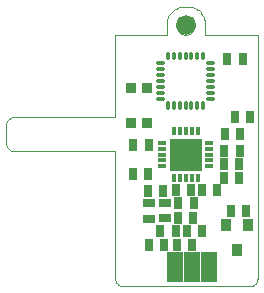
<source format=gts>
G75*
%MOIN*%
%OFA0B0*%
%FSLAX24Y24*%
%IPPOS*%
%LPD*%
%AMOC8*
5,1,8,0,0,1.08239X$1,22.5*
%
%ADD10C,0.0000*%
%ADD11C,0.0665*%
%ADD12R,0.1103X0.1103*%
%ADD13R,0.0316X0.0138*%
%ADD14R,0.0138X0.0316*%
%ADD15R,0.0316X0.0394*%
%ADD16R,0.0394X0.0316*%
%ADD17R,0.0383X0.0347*%
%ADD18R,0.0540X0.1040*%
%ADD19R,0.0355X0.0394*%
%ADD20C,0.0138*%
D10*
X009958Y013875D02*
X013333Y013875D01*
X013333Y009625D01*
X013335Y009595D01*
X013340Y009565D01*
X013349Y009536D01*
X013362Y009509D01*
X013377Y009483D01*
X013396Y009459D01*
X013417Y009438D01*
X013441Y009419D01*
X013467Y009404D01*
X013494Y009391D01*
X013523Y009382D01*
X013553Y009377D01*
X013583Y009375D01*
X017831Y009375D01*
X017861Y009377D01*
X017891Y009382D01*
X017920Y009391D01*
X017948Y009403D01*
X017973Y009419D01*
X017997Y009437D01*
X018019Y009458D01*
X018038Y009482D01*
X018053Y009508D01*
X018066Y009535D01*
X018075Y009564D01*
X018081Y009594D01*
X018083Y009624D01*
X018083Y017750D01*
X016333Y017750D01*
X016333Y018124D01*
X016333Y018125D02*
X016330Y018170D01*
X016323Y018215D01*
X016313Y018259D01*
X016300Y018303D01*
X016283Y018345D01*
X016263Y018386D01*
X016239Y018425D01*
X016213Y018462D01*
X016184Y018497D01*
X016152Y018529D01*
X016118Y018559D01*
X016082Y018586D01*
X016043Y018611D01*
X016003Y018632D01*
X015961Y018650D01*
X015918Y018664D01*
X015874Y018675D01*
X015829Y018683D01*
X015784Y018687D01*
X015738Y018688D01*
X015739Y018688D02*
X015603Y018688D01*
X015602Y018687D02*
X015555Y018682D01*
X015509Y018672D01*
X015464Y018660D01*
X015420Y018643D01*
X015377Y018624D01*
X015336Y018601D01*
X015297Y018575D01*
X015260Y018546D01*
X015226Y018514D01*
X015194Y018479D01*
X015164Y018442D01*
X015138Y018403D01*
X015115Y018362D01*
X015096Y018319D01*
X015079Y018275D01*
X015067Y018230D01*
X015057Y018184D01*
X015052Y018137D01*
X015050Y018090D01*
X015052Y018043D01*
X015052Y017750D01*
X013333Y017750D01*
X013333Y015000D01*
X009958Y015000D01*
X009928Y014998D01*
X009898Y014993D01*
X009869Y014984D01*
X009842Y014971D01*
X009816Y014956D01*
X009792Y014937D01*
X009771Y014916D01*
X009752Y014892D01*
X009737Y014866D01*
X009724Y014839D01*
X009715Y014810D01*
X009710Y014780D01*
X009708Y014750D01*
X009708Y014125D01*
X009710Y014095D01*
X009715Y014065D01*
X009724Y014036D01*
X009737Y014009D01*
X009752Y013983D01*
X009771Y013959D01*
X009792Y013938D01*
X009816Y013919D01*
X009842Y013904D01*
X009869Y013891D01*
X009898Y013882D01*
X009928Y013877D01*
X009958Y013875D01*
X015370Y018064D02*
X015372Y018099D01*
X015378Y018134D01*
X015388Y018167D01*
X015401Y018200D01*
X015418Y018231D01*
X015438Y018259D01*
X015462Y018285D01*
X015488Y018309D01*
X015516Y018329D01*
X015547Y018346D01*
X015580Y018359D01*
X015613Y018369D01*
X015648Y018375D01*
X015683Y018377D01*
X015718Y018375D01*
X015753Y018369D01*
X015786Y018359D01*
X015819Y018346D01*
X015850Y018329D01*
X015878Y018309D01*
X015904Y018285D01*
X015928Y018259D01*
X015948Y018231D01*
X015965Y018200D01*
X015978Y018167D01*
X015988Y018134D01*
X015994Y018099D01*
X015996Y018064D01*
X015994Y018029D01*
X015988Y017994D01*
X015978Y017961D01*
X015965Y017928D01*
X015948Y017897D01*
X015928Y017869D01*
X015904Y017843D01*
X015878Y017819D01*
X015850Y017799D01*
X015819Y017782D01*
X015786Y017769D01*
X015753Y017759D01*
X015718Y017753D01*
X015683Y017751D01*
X015648Y017753D01*
X015613Y017759D01*
X015580Y017769D01*
X015547Y017782D01*
X015516Y017799D01*
X015488Y017819D01*
X015462Y017843D01*
X015438Y017869D01*
X015418Y017897D01*
X015401Y017928D01*
X015388Y017961D01*
X015378Y017994D01*
X015372Y018029D01*
X015370Y018064D01*
D11*
X015683Y018064D03*
D12*
X015689Y013758D03*
D13*
X016464Y013758D03*
X016464Y013955D03*
X016464Y014152D03*
X016464Y013561D03*
X016464Y013364D03*
X014913Y013364D03*
X014913Y013561D03*
X014913Y013758D03*
X014913Y013955D03*
X014913Y014152D03*
D14*
X015295Y014533D03*
X015492Y014533D03*
X015689Y014533D03*
X015885Y014533D03*
X016082Y014533D03*
X016082Y012982D03*
X015885Y012982D03*
X015689Y012982D03*
X015492Y012982D03*
X015295Y012982D03*
D15*
X015358Y012578D03*
X014942Y012550D03*
X014430Y012550D03*
X014443Y013118D03*
X013931Y013118D03*
X013948Y014077D03*
X014460Y014077D03*
X015870Y012578D03*
X016226Y012583D03*
X015950Y012142D03*
X015933Y011653D03*
X015736Y011195D03*
X015359Y011214D03*
X015421Y011653D03*
X015438Y012142D03*
X014847Y011214D03*
X014969Y010748D03*
X015394Y010745D03*
X015905Y010745D03*
X016248Y011195D03*
X017202Y011875D03*
X017714Y011875D03*
X017469Y012976D03*
X017471Y013438D03*
X017489Y013883D03*
X016977Y013883D03*
X016959Y013438D03*
X016957Y012976D03*
X016738Y012583D03*
X017003Y014451D03*
X017515Y014451D03*
X017327Y015000D03*
X017839Y015000D03*
X017585Y016951D03*
X017074Y016951D03*
X014457Y010748D03*
D16*
X014463Y011617D03*
X014463Y012128D03*
X015006Y012157D03*
X015006Y011645D03*
D17*
X014399Y014797D03*
X013864Y014797D03*
X013864Y015990D03*
X014399Y015990D03*
D18*
X015328Y009993D03*
X015900Y009998D03*
X016468Y009993D03*
D19*
X017395Y010569D03*
X017769Y011396D03*
X017021Y011396D03*
D20*
X016272Y015307D02*
X016272Y015465D01*
X016075Y015465D02*
X016075Y015307D01*
X015879Y015307D02*
X015879Y015465D01*
X015682Y015465D02*
X015682Y015307D01*
X015485Y015307D02*
X015485Y015465D01*
X015288Y015465D02*
X015288Y015307D01*
X015091Y015307D02*
X015091Y015465D01*
X014934Y015622D02*
X014776Y015622D01*
X014776Y015819D02*
X014934Y015819D01*
X014934Y016016D02*
X014776Y016016D01*
X014776Y016213D02*
X014934Y016213D01*
X014934Y016410D02*
X014776Y016410D01*
X014776Y016607D02*
X014934Y016607D01*
X014934Y016803D02*
X014776Y016803D01*
X015091Y016961D02*
X015091Y017118D01*
X015288Y017118D02*
X015288Y016961D01*
X015485Y016961D02*
X015485Y017118D01*
X015682Y017118D02*
X015682Y016961D01*
X015879Y016961D02*
X015879Y017118D01*
X016075Y017118D02*
X016075Y016961D01*
X016272Y016961D02*
X016272Y017118D01*
X016430Y016803D02*
X016587Y016803D01*
X016587Y016607D02*
X016430Y016607D01*
X016430Y016410D02*
X016587Y016410D01*
X016587Y016213D02*
X016430Y016213D01*
X016430Y016016D02*
X016587Y016016D01*
X016587Y015819D02*
X016430Y015819D01*
X016430Y015622D02*
X016587Y015622D01*
M02*

</source>
